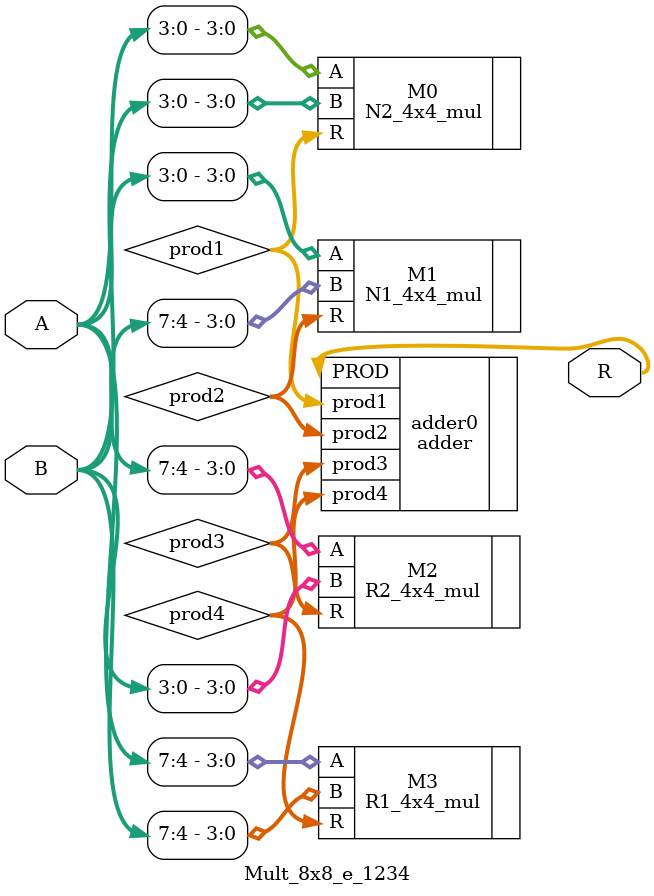
<source format=v>
module Mult_8x8_e_1234(
input [7:0] A,
input [7:0] B,
output [15:0]R
);
wire [7:0]prod1;
wire [7:0]prod2;
wire [7:0]prod3;
wire [7:0]prod4;

N2_4x4_mul M0(.A(A[3:0]),.B(B[3:0]),.R(prod1));
N1_4x4_mul M1(.A(A[3:0]),.B(B[7:4]),.R(prod2));
R2_4x4_mul M2(.A(A[7:4]),.B(B[3:0]),.R(prod3));
R1_4x4_mul M3(.A(A[7:4]),.B(B[7:4]),.R(prod4));
adder adder0(.prod1(prod1),.prod2(prod2),.prod3(prod3),.prod4(prod4),.PROD(R));
endmodule

</source>
